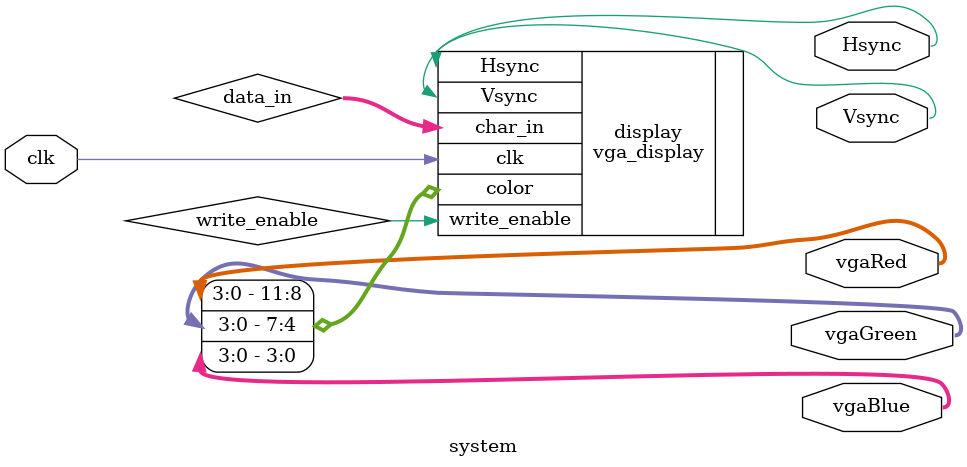
<source format=v>
module system(
    output [3:0] vgaRed, vgaGreen, vgaBlue,
    output Hsync, Vsync,
    input clk
);
    // Declare an input signal to write to the buffer
    reg [7:0] data_in;         // Single character data input
    reg write_enable;          // Signal to enable buffer updates

    // Instantiate the VGA display module
    vga_display display(
        .color({vgaRed, vgaGreen, vgaBlue}),
        .Hsync(Hsync),
        .Vsync(Vsync),
        .clk(clk),
        .char_in(data_in),     // Character to write to the buffer
        .write_enable(write_enable) // Enable signal for buffer updates
    );

endmodule

</source>
